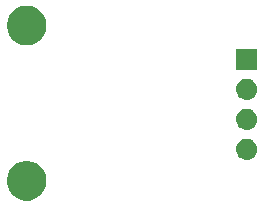
<source format=gbr>
G04 #@! TF.GenerationSoftware,KiCad,Pcbnew,5.0.2-bee76a0~70~ubuntu18.04.1*
G04 #@! TF.CreationDate,2019-01-01T14:20:38-08:00*
G04 #@! TF.ProjectId,USB_TypeA_Breakout_V1,5553425f-5479-4706-9541-5f427265616b,rev?*
G04 #@! TF.SameCoordinates,Original*
G04 #@! TF.FileFunction,Soldermask,Bot*
G04 #@! TF.FilePolarity,Negative*
%FSLAX46Y46*%
G04 Gerber Fmt 4.6, Leading zero omitted, Abs format (unit mm)*
G04 Created by KiCad (PCBNEW 5.0.2-bee76a0~70~ubuntu18.04.1) date Tue 01 Jan 2019 02:20:38 PM PST*
%MOMM*%
%LPD*%
G01*
G04 APERTURE LIST*
%ADD10C,0.100000*%
G04 APERTURE END LIST*
D10*
G36*
X118317871Y-89255808D02*
X118622883Y-89382148D01*
X118895538Y-89564330D01*
X118897390Y-89565568D01*
X119130832Y-89799010D01*
X119130834Y-89799013D01*
X119314252Y-90073517D01*
X119440592Y-90378529D01*
X119505000Y-90702328D01*
X119505000Y-91032472D01*
X119440592Y-91356271D01*
X119314252Y-91661283D01*
X119132070Y-91933938D01*
X119130832Y-91935790D01*
X118897390Y-92169232D01*
X118897387Y-92169234D01*
X118622883Y-92352652D01*
X118317871Y-92478992D01*
X117994072Y-92543400D01*
X117663928Y-92543400D01*
X117340129Y-92478992D01*
X117035117Y-92352652D01*
X116760613Y-92169234D01*
X116760610Y-92169232D01*
X116527168Y-91935790D01*
X116525930Y-91933938D01*
X116343748Y-91661283D01*
X116217408Y-91356271D01*
X116153000Y-91032472D01*
X116153000Y-90702328D01*
X116217408Y-90378529D01*
X116343748Y-90073517D01*
X116527166Y-89799013D01*
X116527168Y-89799010D01*
X116760610Y-89565568D01*
X116762462Y-89564330D01*
X117035117Y-89382148D01*
X117340129Y-89255808D01*
X117663928Y-89191400D01*
X117994072Y-89191400D01*
X118317871Y-89255808D01*
X118317871Y-89255808D01*
G37*
G36*
X136559243Y-87319719D02*
X136625427Y-87326237D01*
X136738653Y-87360584D01*
X136795267Y-87377757D01*
X136933887Y-87451852D01*
X136951791Y-87461422D01*
X136987529Y-87490752D01*
X137088986Y-87574014D01*
X137172248Y-87675471D01*
X137201578Y-87711209D01*
X137201579Y-87711211D01*
X137285243Y-87867733D01*
X137285243Y-87867734D01*
X137336763Y-88037573D01*
X137354159Y-88214200D01*
X137336763Y-88390827D01*
X137302416Y-88504053D01*
X137285243Y-88560667D01*
X137211148Y-88699287D01*
X137201578Y-88717191D01*
X137172248Y-88752929D01*
X137088986Y-88854386D01*
X136987529Y-88937648D01*
X136951791Y-88966978D01*
X136951789Y-88966979D01*
X136795267Y-89050643D01*
X136738653Y-89067816D01*
X136625427Y-89102163D01*
X136559243Y-89108681D01*
X136493060Y-89115200D01*
X136404540Y-89115200D01*
X136338357Y-89108681D01*
X136272173Y-89102163D01*
X136158947Y-89067816D01*
X136102333Y-89050643D01*
X135945811Y-88966979D01*
X135945809Y-88966978D01*
X135910071Y-88937648D01*
X135808614Y-88854386D01*
X135725352Y-88752929D01*
X135696022Y-88717191D01*
X135686452Y-88699287D01*
X135612357Y-88560667D01*
X135595184Y-88504053D01*
X135560837Y-88390827D01*
X135543441Y-88214200D01*
X135560837Y-88037573D01*
X135612357Y-87867734D01*
X135612357Y-87867733D01*
X135696021Y-87711211D01*
X135696022Y-87711209D01*
X135725352Y-87675471D01*
X135808614Y-87574014D01*
X135910071Y-87490752D01*
X135945809Y-87461422D01*
X135963713Y-87451852D01*
X136102333Y-87377757D01*
X136158947Y-87360584D01*
X136272173Y-87326237D01*
X136338357Y-87319719D01*
X136404540Y-87313200D01*
X136493060Y-87313200D01*
X136559243Y-87319719D01*
X136559243Y-87319719D01*
G37*
G36*
X136559243Y-84779719D02*
X136625427Y-84786237D01*
X136738653Y-84820584D01*
X136795267Y-84837757D01*
X136933887Y-84911852D01*
X136951791Y-84921422D01*
X136987529Y-84950752D01*
X137088986Y-85034014D01*
X137172248Y-85135471D01*
X137201578Y-85171209D01*
X137201579Y-85171211D01*
X137285243Y-85327733D01*
X137285243Y-85327734D01*
X137336763Y-85497573D01*
X137354159Y-85674200D01*
X137336763Y-85850827D01*
X137302416Y-85964053D01*
X137285243Y-86020667D01*
X137211148Y-86159287D01*
X137201578Y-86177191D01*
X137172248Y-86212929D01*
X137088986Y-86314386D01*
X136987529Y-86397648D01*
X136951791Y-86426978D01*
X136951789Y-86426979D01*
X136795267Y-86510643D01*
X136738653Y-86527816D01*
X136625427Y-86562163D01*
X136559242Y-86568682D01*
X136493060Y-86575200D01*
X136404540Y-86575200D01*
X136338358Y-86568682D01*
X136272173Y-86562163D01*
X136158947Y-86527816D01*
X136102333Y-86510643D01*
X135945811Y-86426979D01*
X135945809Y-86426978D01*
X135910071Y-86397648D01*
X135808614Y-86314386D01*
X135725352Y-86212929D01*
X135696022Y-86177191D01*
X135686452Y-86159287D01*
X135612357Y-86020667D01*
X135595184Y-85964053D01*
X135560837Y-85850827D01*
X135543441Y-85674200D01*
X135560837Y-85497573D01*
X135612357Y-85327734D01*
X135612357Y-85327733D01*
X135696021Y-85171211D01*
X135696022Y-85171209D01*
X135725352Y-85135471D01*
X135808614Y-85034014D01*
X135910071Y-84950752D01*
X135945809Y-84921422D01*
X135963713Y-84911852D01*
X136102333Y-84837757D01*
X136158947Y-84820584D01*
X136272173Y-84786237D01*
X136338357Y-84779719D01*
X136404540Y-84773200D01*
X136493060Y-84773200D01*
X136559243Y-84779719D01*
X136559243Y-84779719D01*
G37*
G36*
X136559242Y-82239718D02*
X136625427Y-82246237D01*
X136738653Y-82280584D01*
X136795267Y-82297757D01*
X136933887Y-82371852D01*
X136951791Y-82381422D01*
X136987529Y-82410752D01*
X137088986Y-82494014D01*
X137172248Y-82595471D01*
X137201578Y-82631209D01*
X137201579Y-82631211D01*
X137285243Y-82787733D01*
X137285243Y-82787734D01*
X137336763Y-82957573D01*
X137354159Y-83134200D01*
X137336763Y-83310827D01*
X137302416Y-83424053D01*
X137285243Y-83480667D01*
X137211148Y-83619287D01*
X137201578Y-83637191D01*
X137172248Y-83672929D01*
X137088986Y-83774386D01*
X136987529Y-83857648D01*
X136951791Y-83886978D01*
X136951789Y-83886979D01*
X136795267Y-83970643D01*
X136738653Y-83987816D01*
X136625427Y-84022163D01*
X136559243Y-84028681D01*
X136493060Y-84035200D01*
X136404540Y-84035200D01*
X136338357Y-84028681D01*
X136272173Y-84022163D01*
X136158947Y-83987816D01*
X136102333Y-83970643D01*
X135945811Y-83886979D01*
X135945809Y-83886978D01*
X135910071Y-83857648D01*
X135808614Y-83774386D01*
X135725352Y-83672929D01*
X135696022Y-83637191D01*
X135686452Y-83619287D01*
X135612357Y-83480667D01*
X135595184Y-83424053D01*
X135560837Y-83310827D01*
X135543441Y-83134200D01*
X135560837Y-82957573D01*
X135612357Y-82787734D01*
X135612357Y-82787733D01*
X135696021Y-82631211D01*
X135696022Y-82631209D01*
X135725352Y-82595471D01*
X135808614Y-82494014D01*
X135910071Y-82410752D01*
X135945809Y-82381422D01*
X135963713Y-82371852D01*
X136102333Y-82297757D01*
X136158947Y-82280584D01*
X136272173Y-82246237D01*
X136338358Y-82239718D01*
X136404540Y-82233200D01*
X136493060Y-82233200D01*
X136559242Y-82239718D01*
X136559242Y-82239718D01*
G37*
G36*
X137349800Y-81495200D02*
X135547800Y-81495200D01*
X135547800Y-79693200D01*
X137349800Y-79693200D01*
X137349800Y-81495200D01*
X137349800Y-81495200D01*
G37*
G36*
X118317871Y-76115808D02*
X118622883Y-76242148D01*
X118895538Y-76424330D01*
X118897390Y-76425568D01*
X119130832Y-76659010D01*
X119130834Y-76659013D01*
X119314252Y-76933517D01*
X119440592Y-77238529D01*
X119505000Y-77562328D01*
X119505000Y-77892472D01*
X119440592Y-78216271D01*
X119314252Y-78521283D01*
X119132070Y-78793938D01*
X119130832Y-78795790D01*
X118897390Y-79029232D01*
X118897387Y-79029234D01*
X118622883Y-79212652D01*
X118317871Y-79338992D01*
X117994072Y-79403400D01*
X117663928Y-79403400D01*
X117340129Y-79338992D01*
X117035117Y-79212652D01*
X116760613Y-79029234D01*
X116760610Y-79029232D01*
X116527168Y-78795790D01*
X116525930Y-78793938D01*
X116343748Y-78521283D01*
X116217408Y-78216271D01*
X116153000Y-77892472D01*
X116153000Y-77562328D01*
X116217408Y-77238529D01*
X116343748Y-76933517D01*
X116527166Y-76659013D01*
X116527168Y-76659010D01*
X116760610Y-76425568D01*
X116762462Y-76424330D01*
X117035117Y-76242148D01*
X117340129Y-76115808D01*
X117663928Y-76051400D01*
X117994072Y-76051400D01*
X118317871Y-76115808D01*
X118317871Y-76115808D01*
G37*
M02*

</source>
